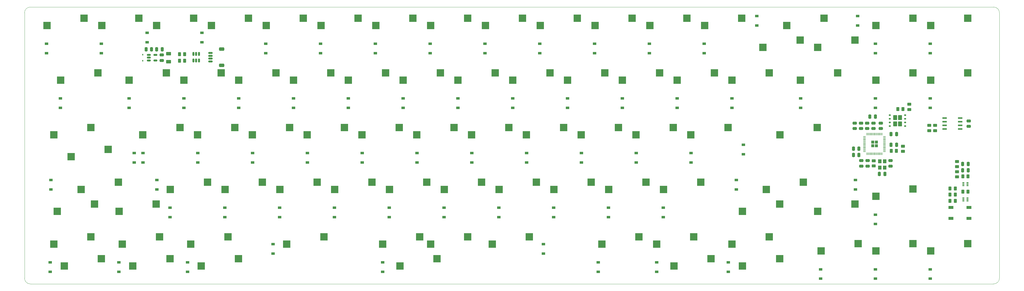
<source format=gbp>
G04 #@! TF.GenerationSoftware,KiCad,Pcbnew,(6.99.0-1912-g359c99991b)*
G04 #@! TF.CreationDate,2022-05-28T20:20:25+07:00*
G04 #@! TF.ProjectId,toxicdog69,746f7869-6364-46f6-9736-392e6b696361,1*
G04 #@! TF.SameCoordinates,Original*
G04 #@! TF.FileFunction,Paste,Bot*
G04 #@! TF.FilePolarity,Positive*
%FSLAX46Y46*%
G04 Gerber Fmt 4.6, Leading zero omitted, Abs format (unit mm)*
G04 Created by KiCad (PCBNEW (6.99.0-1912-g359c99991b)) date 2022-05-28 20:20:25*
%MOMM*%
%LPD*%
G01*
G04 APERTURE LIST*
G04 Aperture macros list*
%AMRoundRect*
0 Rectangle with rounded corners*
0 $1 Rounding radius*
0 $2 $3 $4 $5 $6 $7 $8 $9 X,Y pos of 4 corners*
0 Add a 4 corners polygon primitive as box body*
4,1,4,$2,$3,$4,$5,$6,$7,$8,$9,$2,$3,0*
0 Add four circle primitives for the rounded corners*
1,1,$1+$1,$2,$3*
1,1,$1+$1,$4,$5*
1,1,$1+$1,$6,$7*
1,1,$1+$1,$8,$9*
0 Add four rect primitives between the rounded corners*
20,1,$1+$1,$2,$3,$4,$5,0*
20,1,$1+$1,$4,$5,$6,$7,0*
20,1,$1+$1,$6,$7,$8,$9,0*
20,1,$1+$1,$8,$9,$2,$3,0*%
G04 Aperture macros list end*
%ADD10R,0.700000X0.340000*%
%ADD11R,2.550000X2.500000*%
%ADD12R,1.200000X0.900000*%
%ADD13RoundRect,0.250000X0.475000X-0.250000X0.475000X0.250000X-0.475000X0.250000X-0.475000X-0.250000X0*%
%ADD14RoundRect,0.250000X-0.262500X-0.450000X0.262500X-0.450000X0.262500X0.450000X-0.262500X0.450000X0*%
%ADD15RoundRect,0.250000X0.250000X0.475000X-0.250000X0.475000X-0.250000X-0.475000X0.250000X-0.475000X0*%
%ADD16RoundRect,0.250000X0.292217X0.292217X-0.292217X0.292217X-0.292217X-0.292217X0.292217X-0.292217X0*%
%ADD17RoundRect,0.050000X0.387500X0.050000X-0.387500X0.050000X-0.387500X-0.050000X0.387500X-0.050000X0*%
%ADD18RoundRect,0.050000X0.050000X0.387500X-0.050000X0.387500X-0.050000X-0.387500X0.050000X-0.387500X0*%
%ADD19RoundRect,0.150000X-0.625000X0.150000X-0.625000X-0.150000X0.625000X-0.150000X0.625000X0.150000X0*%
%ADD20RoundRect,0.250000X-0.650000X0.350000X-0.650000X-0.350000X0.650000X-0.350000X0.650000X0.350000X0*%
%ADD21RoundRect,0.250000X-0.450000X0.262500X-0.450000X-0.262500X0.450000X-0.262500X0.450000X0.262500X0*%
%ADD22RoundRect,0.250000X0.262500X0.450000X-0.262500X0.450000X-0.262500X-0.450000X0.262500X-0.450000X0*%
%ADD23RoundRect,0.250000X-0.475000X0.250000X-0.475000X-0.250000X0.475000X-0.250000X0.475000X0.250000X0*%
%ADD24RoundRect,0.250000X-0.250000X-0.475000X0.250000X-0.475000X0.250000X0.475000X-0.250000X0.475000X0*%
%ADD25R,0.450000X0.600000*%
%ADD26R,1.550000X0.600000*%
%ADD27R,1.700000X1.000000*%
%ADD28RoundRect,0.250000X0.450000X-0.262500X0.450000X0.262500X-0.450000X0.262500X-0.450000X-0.262500X0*%
%ADD29RoundRect,0.150000X-0.512500X-0.150000X0.512500X-0.150000X0.512500X0.150000X-0.512500X0.150000X0*%
%ADD30RoundRect,0.150000X0.150000X-0.512500X0.150000X0.512500X-0.150000X0.512500X-0.150000X-0.512500X0*%
%ADD31RoundRect,0.250000X0.435000X0.615000X-0.435000X0.615000X-0.435000X-0.615000X0.435000X-0.615000X0*%
%ADD32RoundRect,0.125000X0.250000X0.125000X-0.250000X0.125000X-0.250000X-0.125000X0.250000X-0.125000X0*%
%ADD33R,1.200000X1.400000*%
%ADD34RoundRect,0.250000X-0.625000X0.375000X-0.625000X-0.375000X0.625000X-0.375000X0.625000X0.375000X0*%
G04 #@! TA.AperFunction,Profile*
%ADD35C,0.100000*%
G04 #@! TD*
G04 APERTURE END LIST*
D10*
X321932999Y-61221999D03*
X321932999Y-62221999D03*
X320432999Y-61221999D03*
X321932999Y-61721999D03*
X320432999Y-62221999D03*
X320432999Y-61721999D03*
X321932999Y-66555999D03*
X321932999Y-67555999D03*
X320432999Y-66555999D03*
X321932999Y-67055999D03*
X320432999Y-67555999D03*
X320432999Y-67055999D03*
D11*
X4296249Y-44559999D03*
X17223249Y-42019999D03*
X82877499Y-63609999D03*
X95804499Y-61069999D03*
X44659999Y-87739999D03*
X31732999Y-90279999D03*
X49539999Y-25509999D03*
X62466999Y-22969999D03*
X87639999Y-25509999D03*
X100566999Y-22969999D03*
X125739999Y-25509999D03*
X138666999Y-22969999D03*
X263734999Y-11539999D03*
X250807999Y-14079999D03*
X163839999Y-25509999D03*
X176766999Y-22969999D03*
X120977499Y-63609999D03*
X133904499Y-61069999D03*
X178127499Y-63609999D03*
X191054499Y-61069999D03*
X106689999Y-25509999D03*
X119616999Y-22969999D03*
X130502499Y-44559999D03*
X143429499Y-42019999D03*
X173364999Y-6459999D03*
X186291999Y-3919999D03*
X97164999Y-6459999D03*
X110091999Y-3919999D03*
X256591249Y-87739999D03*
X243664249Y-90279999D03*
X30489999Y-25509999D03*
X43416999Y-22969999D03*
X270996249Y-85041249D03*
X283923249Y-82501249D03*
X197177499Y-63609999D03*
X210104499Y-61069999D03*
X206702499Y-44559999D03*
X219629499Y-42019999D03*
X135264999Y-82659999D03*
X148191999Y-80119999D03*
X13821249Y-63609999D03*
X26748249Y-61069999D03*
X6677499Y-25509999D03*
X19604499Y-22969999D03*
X220989999Y-25509999D03*
X233916999Y-22969999D03*
X23228749Y-49639999D03*
X10301749Y-52179999D03*
X40014999Y-6459999D03*
X52941999Y-3919999D03*
X28108749Y-82659999D03*
X41035749Y-80119999D03*
X263852499Y-25509999D03*
X276779499Y-22969999D03*
X137528749Y-87739999D03*
X124601749Y-90279999D03*
X240039999Y-25509999D03*
X252966999Y-22969999D03*
X240039999Y-82659999D03*
X252966999Y-80119999D03*
X116214999Y-6459999D03*
X129141999Y-3919999D03*
X225752499Y-44559999D03*
X238679499Y-42019999D03*
X282784999Y-68689999D03*
X269857999Y-71229999D03*
X44777499Y-63609999D03*
X57704499Y-61069999D03*
X259089999Y-6459999D03*
X272016999Y-3919999D03*
X168602499Y-44559999D03*
X181529499Y-42019999D03*
X309096249Y-6459999D03*
X322023249Y-3919999D03*
X35252499Y-44559999D03*
X48179499Y-42019999D03*
X194796249Y-82659999D03*
X207723249Y-80119999D03*
X182889999Y-25509999D03*
X195816999Y-22969999D03*
X20964999Y-6459999D03*
X33891999Y-3919999D03*
X290046249Y-85041249D03*
X302973249Y-82501249D03*
X111452499Y-44559999D03*
X124379499Y-42019999D03*
X54302499Y-44559999D03*
X67229499Y-42019999D03*
X140027499Y-63609999D03*
X152954499Y-61069999D03*
X290046249Y-25509999D03*
X302973249Y-22969999D03*
X156696249Y-82659999D03*
X169623249Y-80119999D03*
X216227499Y-63609999D03*
X229154499Y-61069999D03*
X68472499Y-87739999D03*
X55545499Y-90279999D03*
X211464999Y-6459999D03*
X224391999Y-3919999D03*
X78114999Y-6459999D03*
X91041999Y-3919999D03*
X73352499Y-44559999D03*
X86279499Y-42019999D03*
X290046249Y-65991249D03*
X302973249Y-63451249D03*
X201939999Y-25509999D03*
X214866999Y-22969999D03*
X1914999Y-6459999D03*
X14841999Y-3919999D03*
X159077499Y-63609999D03*
X172004499Y-61069999D03*
X135264999Y-6459999D03*
X148191999Y-3919999D03*
X309096249Y-85041249D03*
X322023249Y-82501249D03*
X309096249Y-25509999D03*
X322023249Y-22969999D03*
X256708749Y-44559999D03*
X269635749Y-42019999D03*
X213846249Y-82659999D03*
X226773249Y-80119999D03*
X85258749Y-82659999D03*
X98185749Y-80119999D03*
X192414999Y-6459999D03*
X205341999Y-3919999D03*
X51921249Y-82659999D03*
X64848249Y-80119999D03*
X230514999Y-6459999D03*
X243441999Y-3919999D03*
X232778749Y-87739999D03*
X219851749Y-90279999D03*
X256591249Y-68689999D03*
X243664249Y-71229999D03*
X251946249Y-63609999D03*
X264873249Y-61069999D03*
X187652499Y-44559999D03*
X200579499Y-42019999D03*
X282784999Y-11539999D03*
X269857999Y-14079999D03*
X101927499Y-63609999D03*
X114854499Y-61069999D03*
X92402499Y-44559999D03*
X105329499Y-42019999D03*
X154314999Y-6459999D03*
X167241999Y-3919999D03*
X18466249Y-68689999D03*
X5539249Y-71229999D03*
X149552499Y-44559999D03*
X162479499Y-42019999D03*
X63827499Y-63609999D03*
X76754499Y-61069999D03*
X59064999Y-6459999D03*
X71991999Y-3919999D03*
X118596249Y-82659999D03*
X131523249Y-80119999D03*
X4296249Y-82659999D03*
X17223249Y-80119999D03*
X290046249Y-6459999D03*
X302973249Y-3919999D03*
X39897499Y-68689999D03*
X26970499Y-71229999D03*
X144789999Y-25509999D03*
X157716999Y-22969999D03*
X20847499Y-87739999D03*
X7920499Y-90279999D03*
X68589999Y-25509999D03*
X81516999Y-22969999D03*
D12*
X187705999Y-54227999D03*
X187705999Y-50927999D03*
D13*
X289179000Y-42352000D03*
X289179000Y-40452000D03*
D12*
X111505999Y-54227999D03*
X111505999Y-50927999D03*
X154177999Y-16127999D03*
X154177999Y-12827999D03*
X206755999Y-54227999D03*
X206755999Y-50927999D03*
D14*
X315825500Y-65405000D03*
X317650500Y-65405000D03*
D12*
X20827999Y-16127999D03*
X20827999Y-12827999D03*
X40131999Y-60325999D03*
X40131999Y-63625999D03*
X101853999Y-73277999D03*
X101853999Y-69977999D03*
X116077999Y-16127999D03*
X116077999Y-12827999D03*
X144779999Y-35177999D03*
X144779999Y-31877999D03*
X289909249Y-94709249D03*
X289909249Y-91409249D03*
D13*
X291719000Y-42352000D03*
X291719000Y-40452000D03*
D12*
X106679999Y-35177999D03*
X106679999Y-31877999D03*
D15*
X41971000Y-14732000D03*
X40071000Y-14732000D03*
D16*
X290197500Y-48389500D03*
X290197500Y-47114500D03*
X288922500Y-48389500D03*
X288922500Y-47114500D03*
D17*
X292997500Y-45152000D03*
X292997500Y-45552000D03*
X292997500Y-45952000D03*
X292997500Y-46352000D03*
X292997500Y-46752000D03*
X292997500Y-47152000D03*
X292997500Y-47552000D03*
X292997500Y-47952000D03*
X292997500Y-48352000D03*
X292997500Y-48752000D03*
X292997500Y-49152000D03*
X292997500Y-49552000D03*
X292997500Y-49952000D03*
X292997500Y-50352000D03*
D18*
X292160000Y-51189500D03*
X291760000Y-51189500D03*
X291360000Y-51189500D03*
X290960000Y-51189500D03*
X290560000Y-51189500D03*
X290160000Y-51189500D03*
X289760000Y-51189500D03*
X289360000Y-51189500D03*
X288960000Y-51189500D03*
X288560000Y-51189500D03*
X288160000Y-51189500D03*
X287760000Y-51189500D03*
X287360000Y-51189500D03*
X286960000Y-51189500D03*
D17*
X286122500Y-50352000D03*
X286122500Y-49952000D03*
X286122500Y-49552000D03*
X286122500Y-49152000D03*
X286122500Y-48752000D03*
X286122500Y-48352000D03*
X286122500Y-47952000D03*
X286122500Y-47552000D03*
X286122500Y-47152000D03*
X286122500Y-46752000D03*
X286122500Y-46352000D03*
X286122500Y-45952000D03*
X286122500Y-45552000D03*
X286122500Y-45152000D03*
D18*
X286960000Y-44314500D03*
X287360000Y-44314500D03*
X287760000Y-44314500D03*
X288160000Y-44314500D03*
X288560000Y-44314500D03*
X288960000Y-44314500D03*
X289360000Y-44314500D03*
X289760000Y-44314500D03*
X290160000Y-44314500D03*
X290560000Y-44314500D03*
X290960000Y-44314500D03*
X291360000Y-44314500D03*
X291760000Y-44314500D03*
X292160000Y-44314500D03*
D12*
X248665999Y-3175999D03*
X248665999Y-6475999D03*
D19*
X58740000Y-16000000D03*
X58740000Y-17000000D03*
X58740000Y-18000000D03*
X58740000Y-19000000D03*
D20*
X62615000Y-14700000D03*
X62615000Y-20300000D03*
D12*
X6603999Y-35177999D03*
X6603999Y-31877999D03*
X120903999Y-73277999D03*
X120903999Y-69977999D03*
D21*
X318262000Y-53824500D03*
X318262000Y-55649500D03*
D22*
X322095500Y-59055000D03*
X320270500Y-59055000D03*
D23*
X287147000Y-53533000D03*
X287147000Y-55433000D03*
D12*
X211327999Y-16127999D03*
X211327999Y-12827999D03*
X118617999Y-92327999D03*
X118617999Y-89027999D03*
D23*
X322326000Y-39690000D03*
X322326000Y-41590000D03*
D12*
X270859249Y-94709249D03*
X270859249Y-91409249D03*
X197103999Y-73277999D03*
X197103999Y-69977999D03*
X159003999Y-73277999D03*
X159003999Y-69977999D03*
D24*
X295341000Y-48006000D03*
X297241000Y-48006000D03*
D12*
X139953999Y-73277999D03*
X139953999Y-69977999D03*
X3301999Y-60325999D03*
X3301999Y-63625999D03*
D25*
X35178999Y-16602999D03*
X35178999Y-18702999D03*
D12*
X243966999Y-51306999D03*
X243966999Y-48006999D03*
X130555999Y-54227999D03*
X130555999Y-50927999D03*
X289909249Y-16127999D03*
X289909249Y-12827999D03*
X282955999Y-60325999D03*
X282955999Y-63625999D03*
D26*
X319329499Y-38734999D03*
X319329499Y-40004999D03*
X319329499Y-41274999D03*
X319329499Y-42544999D03*
X313929499Y-42544999D03*
X313929499Y-41274999D03*
X313929499Y-40004999D03*
X313929499Y-38734999D03*
D24*
X295341000Y-44323000D03*
X297241000Y-44323000D03*
D12*
X163829999Y-35177999D03*
X163829999Y-31877999D03*
D15*
X322133000Y-54737000D03*
X320233000Y-54737000D03*
D24*
X291277000Y-58166000D03*
X293177000Y-58166000D03*
D13*
X287020000Y-42352000D03*
X287020000Y-40452000D03*
D27*
X316127999Y-73654999D03*
X322427999Y-73654999D03*
X316127999Y-69854999D03*
X322427999Y-69854999D03*
D28*
X299466000Y-50315500D03*
X299466000Y-48490500D03*
D14*
X315825500Y-67564000D03*
X317650500Y-67564000D03*
D15*
X289875000Y-38227000D03*
X287975000Y-38227000D03*
D12*
X283717999Y-3175999D03*
X283717999Y-6475999D03*
X80517999Y-85977999D03*
X80517999Y-82677999D03*
X26923999Y-92327999D03*
X26923999Y-89027999D03*
D28*
X310642000Y-43076500D03*
X310642000Y-41251500D03*
D12*
X54355999Y-54227999D03*
X54355999Y-50927999D03*
X49529999Y-35177999D03*
X49529999Y-31877999D03*
X55752999Y-12317999D03*
X55752999Y-9017999D03*
X308959249Y-94709249D03*
X308959249Y-91409249D03*
D15*
X322133000Y-56896000D03*
X320233000Y-56896000D03*
D23*
X295148000Y-53533000D03*
X295148000Y-55433000D03*
D12*
X92455999Y-54227999D03*
X92455999Y-50927999D03*
X97027999Y-16127999D03*
X97027999Y-12827999D03*
D24*
X282260000Y-51562000D03*
X284160000Y-51562000D03*
D21*
X289306000Y-53570500D03*
X289306000Y-55395500D03*
D12*
X192277999Y-16127999D03*
X192277999Y-12827999D03*
X216153999Y-73277999D03*
X216153999Y-69977999D03*
D14*
X315825500Y-63246000D03*
X317650500Y-63246000D03*
D12*
X308959249Y-35177999D03*
X308959249Y-31877999D03*
X82803999Y-73277999D03*
X82803999Y-69977999D03*
D22*
X49807500Y-18745951D03*
X47982500Y-18745951D03*
D13*
X282702000Y-42352000D03*
X282702000Y-40452000D03*
D22*
X322095500Y-64389000D03*
X320270500Y-64389000D03*
D21*
X308610000Y-41251500D03*
X308610000Y-43076500D03*
D12*
X1777999Y-16127999D03*
X1777999Y-12827999D03*
D29*
X37343500Y-18603000D03*
X37343500Y-17653000D03*
X37343500Y-16703000D03*
X39618500Y-16703000D03*
X39618500Y-18603000D03*
D12*
X36702999Y-12317999D03*
X36702999Y-9017999D03*
X87629999Y-35177999D03*
X87629999Y-31877999D03*
X63753999Y-73277999D03*
X63753999Y-69977999D03*
X30479999Y-35177999D03*
X30479999Y-31877999D03*
D13*
X41783000Y-18603000D03*
X41783000Y-16703000D03*
D15*
X284160000Y-49403000D03*
X282260000Y-49403000D03*
D12*
X178053999Y-73277999D03*
X178053999Y-69977999D03*
X230377999Y-16127999D03*
X230377999Y-12827999D03*
X35305999Y-54227999D03*
X35305999Y-50927999D03*
D14*
X47982500Y-16410394D03*
X49807500Y-16410394D03*
D30*
X54741780Y-18632292D03*
X53791780Y-18632292D03*
X52841780Y-18632292D03*
X52841780Y-16357292D03*
X53791780Y-16357292D03*
X54741780Y-16357292D03*
D12*
X135127999Y-16127999D03*
X135127999Y-12827999D03*
D14*
X295378500Y-50165000D03*
X297203500Y-50165000D03*
D24*
X36388000Y-14732000D03*
X38288000Y-14732000D03*
D12*
X241553999Y-60325999D03*
X241553999Y-63625999D03*
X213867999Y-92327999D03*
X213867999Y-89027999D03*
X220979999Y-35177999D03*
X220979999Y-31877999D03*
X3047999Y-92327999D03*
X3047999Y-89027999D03*
D21*
X301625000Y-33885500D03*
X301625000Y-35710500D03*
D12*
X73405999Y-54227999D03*
X73405999Y-50927999D03*
X174497999Y-85977999D03*
X174497999Y-82677999D03*
D31*
X298411000Y-40699000D03*
X298411000Y-38549000D03*
X296711000Y-40699000D03*
X296711000Y-38549000D03*
D32*
X300261000Y-37719000D03*
X300261000Y-38989000D03*
X300261000Y-40259000D03*
X300261000Y-41529000D03*
X294861000Y-41529000D03*
X294861000Y-40259000D03*
X294861000Y-38989000D03*
X294861000Y-37719000D03*
D33*
X291376999Y-55963999D03*
X291376999Y-53763999D03*
X293076999Y-53763999D03*
X293076999Y-55963999D03*
D12*
X289909249Y-75659249D03*
X289909249Y-72359249D03*
X32257999Y-54227999D03*
X32257999Y-50927999D03*
X68579999Y-35177999D03*
X68579999Y-31877999D03*
X201929999Y-35177999D03*
X201929999Y-31877999D03*
X168655999Y-54227999D03*
X168655999Y-50927999D03*
D28*
X318262000Y-59205500D03*
X318262000Y-57380500D03*
D12*
X289909249Y-35177999D03*
X289909249Y-31877999D03*
X238759999Y-92327999D03*
X238759999Y-89027999D03*
D34*
X44196000Y-16253000D03*
X44196000Y-19053000D03*
D13*
X284861000Y-42352000D03*
X284861000Y-40452000D03*
D23*
X284988000Y-53533000D03*
X284988000Y-55433000D03*
D12*
X50799999Y-92327999D03*
X50799999Y-89027999D03*
X193547999Y-92327999D03*
X193547999Y-89027999D03*
D22*
X299489500Y-35560000D03*
X297664500Y-35560000D03*
D12*
X225805999Y-54227999D03*
X225805999Y-50927999D03*
X263905999Y-35177999D03*
X263905999Y-31877999D03*
X44703999Y-73277999D03*
X44703999Y-69977999D03*
X173227999Y-16127999D03*
X173227999Y-12827999D03*
X240029999Y-35177999D03*
X240029999Y-31877999D03*
X149605999Y-54227999D03*
X149605999Y-50927999D03*
X77977999Y-16127999D03*
X77977999Y-12827999D03*
X182879999Y-35177999D03*
X182879999Y-31877999D03*
X125729999Y-35177999D03*
X125729999Y-31877999D03*
X308959249Y-16127999D03*
X308959249Y-12827999D03*
D35*
X330994000Y-96520000D02*
X-3874000Y-96520000D01*
X332994000Y-2000000D02*
X332994000Y-94520000D01*
X-5874000Y-94520000D02*
G75*
G03*
X-3874000Y-96520000I1999999J-1D01*
G01*
X-3874000Y0D02*
X330994000Y0D01*
X330994000Y-96520000D02*
G75*
G03*
X332994000Y-94520000I0J2000000D01*
G01*
X-3874000Y0D02*
G75*
G03*
X-5874000Y-2000000I-1J-1999999D01*
G01*
X-5874000Y-94520000D02*
X-5874000Y-2000000D01*
X332994000Y-2000000D02*
G75*
G03*
X330994000Y0I-2000000J0D01*
G01*
M02*

</source>
